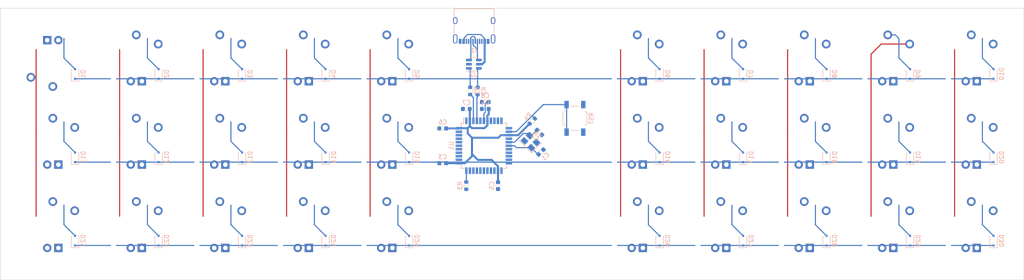
<source format=kicad_pcb>
(kicad_pcb (version 20221018) (generator pcbnew)
  (layers (0 "F.Cu" signal) (31 "B.Cu" signal) (34 "B.Paste" user) (35 "F.Paste" user) (36 "B.SilkS" user "B.Silkscreen") (37 "F.SilkS" user "F.Silkscreen") (38 "B.Mask" user) (39 "F.Mask" user) (44 "Edge.Cuts" user))
  (net 0 "")
  (net 1 "GND")
  (net 2 "VCC")
  (net 3 "mcu/D+")
  (net 4 "mcu/D-")
  (net 5 "mcu/UCAP")
  (net 6 "mcu/XTAL1")
  (net 7 "mcu/XTAL2")
  (net 8 "mcu/~{HWB}/PE2")
  (net 9 "mcu/~{RESET}")
  (net 10 "u2/D+")
  (net 11 "u2/D-")
  (net 12 "usb/D+")
  (net 13 "usb/D-")
  (net 14 "ROW2")
  (net 15 "ROW1")
  (net 16 "ROW0")
  (net 17 "N$9")
  (net 18 "N$8")
  (net 19 "N$7")
  (net 20 "N$6")
  (net 21 "N$5")
  (net 22 "N$4")
  (net 23 "N$30")
  (net 24 "N$3")
  (net 25 "N$29")
  (net 26 "N$28")
  (net 27 "N$27")
  (net 28 "N$26")
  (net 29 "N$25")
  (net 30 "N$24")
  (net 31 "N$23")
  (net 32 "N$22")
  (net 33 "N$21")
  (net 34 "N$20")
  (net 35 "N$2")
  (net 36 "N$19")
  (net 37 "N$18")
  (net 38 "N$17")
  (net 39 "N$16")
  (net 40 "N$15")
  (net 41 "N$14")
  (net 42 "N$13")
  (net 43 "N$12")
  (net 44 "N$11")
  (net 45 "N$10")
  (net 46 "N$1")
  (net 47 "COL9")
  (net 48 "COL8")
  (net 49 "COL7")
  (net 50 "COL4")
  (net 51 "COL3")
  (net 52 "COL2")
  (net 53 "COL11")
  (net 54 "COL10")
  (net 55 "COL1")
  (net 56 "COL0")
  (footprint "Kailh_Choc:KailhChoc-1U" (layer "F.Cu") (at 91.675 72.625)
    (fp_text reference "SW24")
    (fp_text value "SW_Push")
  )
  (footprint "Kailh_Choc:KailhChoc-1U" (layer "F.Cu") (at 91.675 53.575)
    (fp_text reference "SW14")
    (fp_text value "SW_Push")
  )
  (footprint "Kailh_Choc:KailhChoc-1U" (layer "F.Cu") (at 205.975 72.625)
    (fp_text reference "SW28")
    (fp_text value "SW_Push")
  )
  (footprint "Kailh_Choc:KailhChoc-1U" (layer "F.Cu") (at 244.075 53.575)
    (fp_text reference "SW20")
    (fp_text value "SW_Push")
  )
  (footprint "Kailh_Choc:KailhChoc-1U" (layer "F.Cu") (at 167.875 34.525)
    (fp_text reference "SW6")
    (fp_text value "SW_Push")
  )
  (footprint "Kailh_Choc:KailhChoc-1U" (layer "F.Cu") (at 53.575 72.625)
    (fp_text reference "SW22")
    (fp_text value "SW_Push")
  )
  (footprint "Kailh_Choc:KailhChoc-1U" (layer "F.Cu") (at 205.975 53.575)
    (fp_text reference "SW18")
    (fp_text value "SW_Push")
  )
  (footprint "Kailh_Choc:KailhChoc-1U" (layer "F.Cu") (at 225.025 53.575)
    (fp_text reference "SW19")
    (fp_text value "SW_Push")
  )
  (footprint "Kailh_Choc:KailhChoc-1U" (layer "F.Cu") (at 186.925 72.625)
    (fp_text reference "SW27")
    (fp_text value "SW_Push")
  )
  (footprint "Kailh_Choc:KailhChoc-1U" (layer "F.Cu") (at 72.625 34.525)
    (fp_text reference "SW3")
    (fp_text value "SW_Push")
  )
  (footprint "Kailh_Choc:KailhChoc-1U" (layer "F.Cu") (at 225.025 34.525)
    (fp_text reference "SW9")
    (fp_text value "SW_Push")
  )
  (footprint "Kailh_Choc:KailhChoc-1U" (layer "F.Cu") (at 244.075 34.525)
    (fp_text reference "SW10")
    (fp_text value "SW_Push")
  )
  (footprint "Kailh_Choc:KailhChoc-1U" (layer "F.Cu") (at 110.725 34.525)
    (fp_text reference "SW5")
    (fp_text value "SW_Push")
  )
  (footprint "Kailh_Choc:KailhChoc-1U" (layer "F.Cu") (at 34.525 53.575)
    (fp_text reference "SW11")
    (fp_text value "SW_Push")
  )
  (footprint "Kailh_Choc:KailhChoc-1U" (layer "F.Cu") (at 244.075 72.625)
    (fp_text reference "SW30")
    (fp_text value "SW_Push")
  )
  (footprint "Kailh_Choc:KailhChoc-1U" (layer "F.Cu") (at 53.575 53.575)
    (fp_text reference "SW12")
    (fp_text value "SW_Push")
  )
  (footprint "Kailh_Choc:KailhChoc-1U" (layer "F.Cu") (at 110.725 72.625)
    (fp_text reference "SW25")
    (fp_text value "SW_Push")
  )
  (footprint "Kailh_Choc:KailhChoc-1U" (layer "F.Cu") (at 167.875 72.625)
    (fp_text reference "SW26")
    (fp_text value "SW_Push")
  )
  (footprint "Kailh_Choc:KailhChoc-1U" (layer "F.Cu") (at 34.525 34.525 180)
    (fp_text reference "SW1")
    (fp_text value "SW_Push")
  )
  (footprint "Kailh_Choc:KailhChoc-1U" (layer "F.Cu") (at 205.975 34.525)
    (fp_text reference "SW8")
    (fp_text value "SW_Push")
  )
  (footprint "Kailh_Choc:KailhChoc-1U" (layer "F.Cu") (at 186.925 53.575)
    (fp_text reference "SW17")
    (fp_text value "SW_Push")
  )
  (footprint "Kailh_Choc:KailhChoc-1U" (layer "F.Cu") (at 91.675 34.525)
    (fp_text reference "SW4")
    (fp_text value "SW_Push")
  )
  (footprint "Kailh_Choc:KailhChoc-1U" (layer "F.Cu") (at 53.575 34.525)
    (fp_text reference "SW2")
    (fp_text value "SW_Push")
  )
  (footprint "Kailh_Choc:KailhChoc-1U" (layer "F.Cu") (at 34.525 72.625)
    (fp_text reference "SW21")
    (fp_text value "SW_Push")
  )
  (footprint "Kailh_Choc:KailhChoc-1U" (layer "F.Cu") (at 186.925 34.525)
    (fp_text reference "SW7")
    (fp_text value "SW_Push")
  )
  (footprint "Kailh_Choc:KailhChoc-1U" (layer "F.Cu") (at 72.625 53.575)
    (fp_text reference "SW13")
    (fp_text value "SW_Push")
  )
  (footprint "Kailh_Choc:KailhChoc-1U" (layer "F.Cu") (at 72.625 72.625)
    (fp_text reference "SW23")
    (fp_text value "SW_Push")
  )
  (footprint "Kailh_Choc:KailhChoc-1U" (layer "F.Cu") (at 225.025 72.625)
    (fp_text reference "SW29")
    (fp_text value "SW_Push")
  )
  (footprint "Kailh_Choc:KailhChoc-1U" (layer "F.Cu") (at 110.725 53.575)
    (fp_text reference "SW15")
    (fp_text value "SW_Push")
  )
  (footprint "Kailh_Choc:KailhChoc-1U" (layer "F.Cu") (at 167.875 53.575)
    (fp_text reference "SW16")
    (fp_text value "SW_Push")
  )
  (footprint "D_SOD-323F" (layer "B.Cu") (at 58.655 75.655 90)
    (fp_text reference "D22")
    (fp_text value "D")
  )
  (footprint "C_0603_1608Metric" (layer "B.Cu") (at 123.48 57.95 180)
    (fp_text reference "C3")
    (fp_text value "0.1u")
  )
  (footprint "D_SOD-323F" (layer "B.Cu") (at 39.605 37.555 90)
    (fp_text reference "D1")
    (fp_text value "D")
  )
  (footprint "Resistor_SMD:R_0603_1608Metric" (layer "B.Cu") (at 129.75 41.43 90)
    (fp_text reference "R1")
    (fp_text value "22")
  )
  (footprint "C_0603_1608Metric" (layer "B.Cu") (at 136.1 63.08 -90)
    (fp_text reference "C5")
    (fp_text value "0.1u")
  )
  (footprint "D_SOD-323F" (layer "B.Cu") (at 77.705 37.555 90)
    (fp_text reference "D3")
    (fp_text value "D")
  )
  (footprint "D_SOD-323F" (layer "B.Cu") (at 192.005 56.605 90)
    (fp_text reference "D17")
    (fp_text value "D")
  )
  (footprint "Resistor_SMD:R_0603_1608Metric" (layer "B.Cu") (at 128.86 63.08 -90)
    (fp_text reference "R3")
    (fp_text value "10k")
  )
  (footprint "D_SOD-323F" (layer "B.Cu") (at 230.105 37.555 90)
    (fp_text reference "D9")
    (fp_text value "D")
  )
  (footprint "D_SOD-323F" (layer "B.Cu") (at 172.955 37.555 90)
    (fp_text reference "D6")
    (fp_text value "D")
  )
  (footprint "D_SOD-323F" (layer "B.Cu") (at 96.755 75.655 90)
    (fp_text reference "D24")
    (fp_text value "D")
  )
  (footprint "D_SOD-323F" (layer "B.Cu") (at 172.955 75.655 90)
    (fp_text reference "D26")
    (fp_text value "D")
  )
  (footprint "Crystal_SMD_3225-4Pin_3.2x2.5mm" (layer "B.Cu") (at 143.5 53.03 135)
    (fp_text reference "Y1")
    (fp_text value "Crystal_GND24")
  )
  (footprint "D_SOD-323F" (layer "B.Cu") (at 58.655 37.555 90)
    (fp_text reference "D2")
    (fp_text value "D")
  )
  (footprint "SOT-23-6" (layer "B.Cu") (at 130.6 35.335)
    (fp_text reference "U2")
    (fp_text value "TPD2S017")
  )
  (footprint "D_SOD-323F" (layer "B.Cu") (at 58.655 56.605 90)
    (fp_text reference "D12")
    (fp_text value "D")
  )
  (footprint "D_SOD-323F" (layer "B.Cu") (at 115.805 75.655 90)
    (fp_text reference "D25")
    (fp_text value "D")
  )
  (footprint "D_SOD-323F" (layer "B.Cu") (at 211.055 37.555 90)
    (fp_text reference "D8")
    (fp_text value "D")
  )
  (footprint "SW_SPST_TL3342" (layer "B.Cu") (at 153.65 47.71 90)
    (fp_text reference "RST")
    (fp_text value "SW_SPST")
  )
  (footprint "Resistor_SMD:R_0603_1608Metric" (layer "B.Cu") (at 131.45 41.44 90)
    (fp_text reference "R2")
    (fp_text value "22")
  )
  (footprint "D_SOD-323F" (layer "B.Cu") (at 96.755 56.605 90)
    (fp_text reference "D14")
    (fp_text value "D")
  )
  (footprint "D_SOD-323F" (layer "B.Cu") (at 249.155 75.655 90)
    (fp_text reference "D30")
    (fp_text value "D")
  )
  (footprint "C_0603_1608Metric" (layer "B.Cu") (at 133.19 43.97 180)
    (fp_text reference "C8")
    (fp_text value "1u")
  )
  (footprint "D_SOD-323F" (layer "B.Cu") (at 249.155 37.555 90)
    (fp_text reference "D10")
    (fp_text value "D")
  )
  (footprint "D_SOD-323F" (layer "B.Cu") (at 211.055 75.655 90)
    (fp_text reference "D28")
    (fp_text value "D")
  )
  (footprint "D_SOD-323F" (layer "B.Cu") (at 211.055 56.605 90)
    (fp_text reference "D18")
    (fp_text value "D")
  )
  (footprint "D_SOD-323F" (layer "B.Cu") (at 39.605 75.655 90)
    (fp_text reference "D21")
    (fp_text value "D")
  )
  (footprint "C_0603_1608Metric" (layer "B.Cu") (at 133.19 45.56 180)
    (fp_text reference "C4")
    (fp_text value "0.1u")
  )
  (footprint "D_SOD-323F" (layer "B.Cu") (at 77.705 56.605 90)
    (fp_text reference "D13")
    (fp_text value "D")
  )
  (footprint "D_SOD-323F" (layer "B.Cu") (at 249.155 56.605 90)
    (fp_text reference "D20")
    (fp_text value "D")
  )
  (footprint "Resistor_SMD:R_0603_1608Metric" (layer "B.Cu") (at 143.91 48.32 -135)
    (fp_text reference "R4")
    (fp_text value "10k")
  )
  (footprint "D_SOD-323F" (layer "B.Cu") (at 96.755 37.555 90)
    (fp_text reference "D4")
    (fp_text value "D")
  )
  (footprint "C_0603_1608Metric" (layer "B.Cu") (at 123.48 50.01 180)
    (fp_text reference "C6")
    (fp_text value "0.1u")
  )
  (footprint "D_SOD-323F" (layer "B.Cu") (at 230.105 56.605 90)
    (fp_text reference "D19")
    (fp_text value "D")
  )
  (footprint "USB_C_Receptacle_XKB_U262-16XN-4BVC11" (layer "B.Cu") (at 130.65 26.435)
    (fp_text reference "J1")
    (fp_text value "USB_C_Receptacle_USB2.0")
  )
  (footprint "C_0603_1608Metric" (layer "B.Cu") (at 145.91 55.4 45)
    (fp_text reference "C1")
    (fp_text value "22p")
  )
  (footprint "D_SOD-323F" (layer "B.Cu") (at 192.005 75.655 90)
    (fp_text reference "D27")
    (fp_text value "D")
  )
  (footprint "D_SOD-323F" (layer "B.Cu") (at 230.105 75.655 90)
    (fp_text reference "D29")
    (fp_text value "D")
  )
  (footprint "C_0603_1608Metric" (layer "B.Cu") (at 145.55 50.93 -45)
    (fp_text reference "C2")
    (fp_text value "22p")
  )
  (footprint "D_SOD-323F" (layer "B.Cu") (at 39.605 56.605 90)
    (fp_text reference "D11")
    (fp_text value "D")
  )
  (footprint "D_SOD-323F" (layer "B.Cu") (at 115.805 56.605 90)
    (fp_text reference "D15")
    (fp_text value "D")
  )
  (footprint "TQFP-44_10x10mm_P0.8mm" (layer "B.Cu") (at 132.88 53.96 -90)
    (fp_text reference "U1")
    (fp_text value "ATmega32U4-A")
  )
  (footprint "D_SOD-323F" (layer "B.Cu") (at 77.705 75.655 90)
    (fp_text reference "D23")
    (fp_text value "D")
  )
  (footprint "D_SOD-323F" (layer "B.Cu") (at 192.005 37.555 90)
    (fp_text reference "D7")
    (fp_text value "D")
  )
  (footprint "C_0603_1608Metric" (layer "B.Cu") (at 128.87 45.56 180)
    (fp_text reference "C7")
    (fp_text value "4.7u")
  )
  (footprint "D_SOD-323F" (layer "B.Cu") (at 172.955 56.605 90)
    (fp_text reference "D16")
    (fp_text value "D")
  )
  (footprint "D_SOD-323F" (layer "B.Cu") (at 115.805 37.555 90)
    (fp_text reference "D5")
    (fp_text value "D")
  )
  (gr_line (start 22.525 22.525) (end 256.075 22.525) (stroke (width 0.1)) (layer "Edge.Cuts"))
  (gr_line (start 256.075 84.625) (end 22.525 84.625) (stroke (width 0.1)) (layer "Edge.Cuts"))
  (gr_line (start 22.525 84.625) (end 22.525 22.525) (stroke (width 0.1)) (layer "Edge.Cuts"))
  (gr_line (start 256.075 22.525) (end 256.075 84.625) (stroke (width 0.1)) (layer "Edge.Cuts"))
  (segment (start 49.765 31.985) (end 49.765 51.035) (width 0.25) (layer "F.Cu") (net 0))
  (segment (start 30.715 51.035) (end 30.715 70.085) (width 0.25) (layer "F.Cu") (net 0))
  (segment (start 49.765 51.035) (end 49.765 70.085) (width 0.25) (layer "F.Cu") (net 0))
  (segment (start 30.715 31.985) (end 30.715 51.035) (width 0.25) (layer "F.Cu") (net 0))
  (segment (start 192.005 57.705) (end 211.055 57.705) (width 0.25) (layer "B.Cu") (net 0))
  (segment (start 39.605 38.655) (end 58.655 38.655) (width 0.25) (layer "B.Cu") (net 0))
  (segment (start 96.755 57.705) (end 115.805 57.705) (width 0.25) (layer "B.Cu") (net 0))
  (segment (start 172.955 38.655) (end 192.005 38.655) (width 0.25) (layer "B.Cu") (net 0))
  (segment (start 39.605 57.705) (end 58.655 57.705) (width 0.25) (layer "B.Cu") (net 0))
  (segment (start 58.655 57.705) (end 77.705 57.705) (width 0.25) (layer "B.Cu") (net 0))
  (segment (start 77.705 57.705) (end 96.755 57.705) (width 0.25) (layer "B.Cu") (net 0))
  (segment (start 115.805 38.655) (end 172.955 38.655) (width 0.25) (layer "B.Cu") (net 0))
  (segment (start 77.705 38.655) (end 96.755 38.655) (width 0.25) (layer "B.Cu") (net 0))
  (segment (start 211.055 57.705) (end 230.105 57.705) (width 0.25) (layer "B.Cu") (net 0))
  (segment (start 115.805 57.705) (end 172.955 57.705) (width 0.25) (layer "B.Cu") (net 0))
  (segment (start 58.655 38.655) (end 77.705 38.655) (width 0.25) (layer "B.Cu") (net 0))
  (segment (start 211.055 38.655) (end 230.105 38.655) (width 0.25) (layer "B.Cu") (net 0))
  (segment (start 172.955 57.705) (end 192.005 57.705) (width 0.25) (layer "B.Cu") (net 0))
  (segment (start 230.105 57.705) (end 249.155 57.705) (width 0.25) (layer "B.Cu") (net 0))
  (segment (start 96.755 38.655) (end 115.805 38.655) (width 0.25) (layer "B.Cu") (net 0))
  (segment (start 192.005 38.655) (end 211.055 38.655) (width 0.25) (layer "B.Cu") (net 0))
  (segment (start 230.105 38.655) (end 249.155 38.655) (width 0.25) (layer "B.Cu") (net 0))
  (segment (start 136.1 62.2925) (end 136.1 59.68) (width 0.4572) (layer "B.Cu") (net 2))
  (segment (start 124.2675 57.95) (end 127.17 57.95) (width 0.4572) (layer "B.Cu") (net 2))
  (segment (start 129.6575 45.56) (end 129.6575 48.2375) (width 0.4572) (layer "B.Cu") (net 2))
  (segment (start 128.3872 49.96) (end 127.18 49.96) (width 0.4572) (layer "B.Cu") (net 2))
  (segment (start 129.1872 49.96) (end 128.3872 49.96) (width 0.4572) (layer "B.Cu") (net 2))
  (segment (start 129.68 49.4672) (end 129.1872 49.96) (width 0.4572) (layer "B.Cu") (net 2))
  (segment (start 129.68 48.26) (end 129.68 49.4672) (width 0.4572) (layer "B.Cu") (net 2))
  (segment (start 133.021482 49.94) (end 133.68 49.281482) (width 0.4572) (layer "B.Cu") (net 2))
  (segment (start 129.68 49.4672) (end 130.1528 49.94) (width 0.4572) (layer "B.Cu") (net 2))
  (segment (start 133.68 49.281482) (end 133.68 48.26) (width 0.4572) (layer "B.Cu") (net 2))
  (segment (start 130.1528 49.94) (end 133.021482 49.94) (width 0.4572) (layer "B.Cu") (net 2))
  (segment (start 129.1872 51.15353) (end 129.1872 49.96) (width 0.4572) (layer "B.Cu") (net 2))
  (segment (start 130.16 52.12633) (end 129.1872 51.15353) (width 0.4572) (layer "B.Cu") (net 2))
  (segment (start 130.16 55.86) (end 130.16 52.12633) (width 0.4572) (layer "B.Cu") (net 2))
  (segment (start 136.08 58.638518) (end 136.08 59.66) (width 0.4572) (layer "B.Cu") (net 2))
  (segment (start 130.16 55.86) (end 131.51 57.21) (width 0.4572) (layer "B.Cu") (net 2))
  (segment (start 134.651482 57.21) (end 136.08 58.638518) (width 0.4572) (layer "B.Cu") (net 2))
  (segment (start 131.51 57.21) (end 134.651482 57.21) (width 0.4572) (layer "B.Cu") (net 2))
  (segment (start 130.16 56.34) (end 130.16 55.86) (width 0.4572) (layer "B.Cu") (net 2))
  (segment (start 127.18 57.96) (end 128.54 57.96) (width 0.4572) (layer "B.Cu") (net 2))
  (segment (start 128.54 57.96) (end 130.16 56.34) (width 0.4572) (layer "B.Cu") (net 2))
  (segment (start 124.2675 50.01) (end 127.13 50.01) (width 0.4572) (layer "B.Cu") (net 2))
  (segment (start 127.13 50.01) (end 127.18 49.96) (width 0.4572) (layer "B.Cu") (net 2))
  (segment (start 138.58 51.56) (end 136.75 51.56) (width 0.4572) (layer "B.Cu") (net 2))
  (segment (start 136.18367 52.12633) (end 130.16 52.12633) (width 0.4572) (layer "B.Cu") (net 2))
  (segment (start 136.75 51.56) (end 136.18367 52.12633) (width 0.4572) (layer "B.Cu") (net 2))
  (segment (start 132.48 35.335) (end 133.05 34.765) (width 0.4572) (layer "B.Cu") (net 2))
  (segment (start 128.35 29.855) (end 128.35 29.344998) (width 0.25) (layer "B.Cu") (net 2))
  (segment (start 133.9775 46.7553) (end 133.68 47.0528) (width 0.4572) (layer "B.Cu") (net 2))
  (segment (start 131.7 35.335) (end 132.48 35.335) (width 0.4572) (layer "B.Cu") (net 2))
  (segment (start 128.35 29.344998) (end 129.160007 28.534991) (width 0.25) (layer "B.Cu") (net 2))
  (segment (start 138.58 51.56) (end 140.67 51.56) (width 0.4572) (layer "B.Cu") (net 2))
  (segment (start 140.67 51.56) (end 143.353153 48.876847) (width 0.4572) (layer "B.Cu") (net 2))
  (segment (start 132.975 29.369998) (end 132.975 30.03) (width 0.25) (layer "B.Cu") (net 2))
  (segment (start 133.9775 45.56) (end 133.9775 46.7553) (width 0.4572) (layer "B.Cu") (net 2))
  (segment (start 133.68 47.0528) (end 133.68 48.26) (width 0.4572) (layer "B.Cu") (net 2))
  (segment (start 129.160007 28.534991) (end 132.139993 28.534991) (width 0.25) (layer "B.Cu") (net 2))
  (segment (start 132.139993 28.534991) (end 132.975 29.369998) (width 0.25) (layer "B.Cu") (net 2))
  (segment (start 133.05 34.765) (end 133.05 30.176399) (width 0.4572) (layer "B.Cu") (net 2))
  (segment (start 131.28 42.95) (end 131.43 42.8) (width 0.25) (layer "B.Cu") (net 3))
  (segment (start 131.28 48.26) (end 131.28 42.95) (width 0.25) (layer "B.Cu") (net 3))
  (segment (start 131.43 42.8) (end 131.43 42.2475) (width 0.25) (layer "B.Cu") (net 3))
  (segment (start 129.75 42.2175) (end 130.48 42.9475) (width 0.25) (layer "B.Cu") (net 4))
  (segment (start 130.48 42.9475) (end 130.48 48.26) (width 0.25) (layer "B.Cu") (net 4))
  (segment (start 133.19 44.32) (end 133.54 43.97) (width 0.25) (layer "B.Cu") (net 5))
  (segment (start 132.88 46.6175) (end 133.19 46.3075) (width 0.25) (layer "B.Cu") (net 5))
  (segment (start 132.88 48.26) (end 132.88 46.6175) (width 0.25) (layer "B.Cu") (net 5))
  (segment (start 133.19 46.3075) (end 133.19 44.32) (width 0.25) (layer "B.Cu") (net 5))
  (segment (start 133.54 43.97) (end 133.9775 43.97) (width 0.25) (layer "B.Cu") (net 5))
  (segment (start 145.224766 55.956847) (end 143.676777 54.408858) (width 0.25) (layer "B.Cu") (net 6))
  (segment (start 140.298858 54.408858) (end 139.85 53.96) (width 0.25) (layer "B.Cu") (net 6))
  (segment (start 139.85 53.96) (end 139.58 53.96) (width 0.25) (layer "B.Cu") (net 6))
  (segment (start 143.676777 54.408858) (end 140.298858 54.408858) (width 0.25) (layer "B.Cu") (net 6))
  (segment (start 139.58 53.96) (end 138.58 53.96) (width 0.25) (layer "B.Cu") (net 6))
  (segment (start 143.715164 51.651142) (end 144.993153 50.373153) (width 0.25) (layer "B.Cu") (net 7))
  (segment (start 141.856757 51.156167) (end 139.852924 53.16) (width 0.25) (layer "B.Cu") (net 7))
  (segment (start 139.852924 53.16) (end 138.58 53.16) (width 0.25) (layer "B.Cu") (net 7))
  (segment (start 143.323223 51.651142) (end 142.828248 51.156167) (width 0.25) (layer "B.Cu") (net 7))
  (segment (start 142.828248 51.156167) (end 141.856757 51.156167) (width 0.25) (layer "B.Cu") (net 7))
  (segment (start 128.88 59.66) (end 128.88 62.2725) (width 0.25) (layer "B.Cu") (net 8))
  (segment (start 143.863 47.159306) (end 144.466847 47.763153) (width 0.25) (layer "B.Cu") (net 9))
  (segment (start 143.863 47.133) (end 143.863 47.159306) (width 0.25) (layer "B.Cu") (net 9))
  (segment (start 146.426 44.57) (end 143.863 47.133) (width 0.25) (layer "B.Cu") (net 9))
  (segment (start 146.436 44.56) (end 143.863 47.133) (width 0.25) (layer "B.Cu") (net 9))
  (segment (start 151.75 44.56) (end 146.436 44.56) (width 0.25) (layer "B.Cu") (net 9))
  (segment (start 151.75 44.56) (end 151.75 50.86) (width 0.25) (layer "B.Cu") (net 9))
  (segment (start 139.58 50.76) (end 138.58 50.76) (width 0.25) (layer "B.Cu") (net 9))
  (segment (start 143.863 47.133) (end 140.236 50.76) (width 0.25) (layer "B.Cu") (net 9))
  (segment (start 140.236 50.76) (end 139.58 50.76) (width 0.25) (layer "B.Cu") (net 9))
  (segment (start 131.45 36.535) (end 131.45 40.6525) (width 0.25) (layer "B.Cu") (net 10))
  (segment (start 131.7 36.285) (end 131.45 36.535) (width 0.25) (layer "B.Cu") (net 10))
  (segment (start 129.5 36.285) (end 129.75 36.535) (width 0.25) (layer "B.Cu") (net 11))
  (segment (start 129.75 36.535) (end 129.75 40.6425) (width 0.25) (layer "B.Cu") (net 11))
  (segment (start 131.4 31.96) (end 131.4 34.085) (width 0.25) (layer "B.Cu") (net 12))
  (segment (start 131.4 30.105) (end 131.4 31.96) (width 0.25) (layer "B.Cu") (net 12))
  (segment (start 131.4 34.085) (end 131.7 34.385) (width 0.25) (layer "B.Cu") (net 12))
  (segment (start 131.4 31.915002) (end 131.4 31.96) (width 0.25) (layer "B.Cu") (net 12))
  (segment (start 130.4 30.915002) (end 131.4 31.915002) (width 0.25) (layer "B.Cu") (net 12))
  (segment (start 130.4 30.105) (end 130.4 30.915002) (width 0.25) (layer "B.Cu") (net 12))
  (segment (start 129.9 29.294998) (end 129.9 30.105) (width 0.25) (layer "B.Cu") (net 13))
  (segment (start 129.9 30.105) (end 129.9 33.985) (width 0.25) (layer "B.Cu") (net 13))
  (segment (start 130.9 30.105) (end 130.9 29.28) (width 0.25) (layer "B.Cu") (net 13))
  (segment (start 130.605 28.985) (end 130.209998 28.985) (width 0.25) (layer "B.Cu") (net 13))
  (segment (start 129.9 33.985) (end 129.5 34.385) (width 0.25) (layer "B.Cu") (net 13))
  (segment (start 130.9 29.28) (end 130.605 28.985) (width 0.25) (layer "B.Cu") (net 13))
  (segment (start 130.209998 28.985) (end 129.9 29.294998) (width 0.25) (layer "B.Cu") (net 13))
  (segment (start 77.705 76.755) (end 96.755 76.755) (width 0.25) (layer "B.Cu") (net 14))
  (segment (start 172.955 76.755) (end 192.005 76.755) (width 0.25) (layer "B.Cu") (net 14))
  (segment (start 211.055 76.755) (end 230.105 76.755) (width 0.25) (layer "B.Cu") (net 14))
  (segment (start 96.755 76.755) (end 115.805 76.755) (width 0.25) (layer "B.Cu") (net 14))
  (segment (start 115.805 76.755) (end 172.955 76.755) (width 0.25) (layer "B.Cu") (net 14))
  (segment (start 39.605 76.755) (end 58.655 76.755) (width 0.25) (layer "B.Cu") (net 14))
  (segment (start 192.005 76.755) (end 211.055 76.755) (width 0.25) (layer "B.Cu") (net 14))
  (segment (start 58.655 76.755) (end 77.705 76.755) (width 0.25) (layer "B.Cu") (net 14))
  (segment (start 230.105 76.755) (end 249.155 76.755) (width 0.25) (layer "B.Cu") (net 14))
  (segment (start 227.565 33.915) (end 227.565 29.445) (width 0.25) (layer "B.Cu") (net 17))
  (segment (start 226.745 28.625) (end 225.025 28.625) (width 0.25) (layer "B.Cu") (net 17))
  (segment (start 230.105 36.455) (end 227.565 33.915) (width 0.25) (layer "B.Cu") (net 17))
  (segment (start 227.565 29.445) (end 226.745 28.625) (width 0.25) (layer "B.Cu") (net 17))
  (segment (start 208.515 33.915) (end 208.515 29.445) (width 0.25) (layer "B.Cu") (net 18))
  (segment (start 211.055 36.455) (end 208.515 33.915) (width 0.25) (layer "B.Cu") (net 18))
  (segment (start 192.005 36.455) (end 189.465 33.915) (width 0.25) (layer "B.Cu") (net 19))
  (segment (start 189.465 33.915) (end 189.465 29.445) (width 0.25) (layer "B.Cu") (net 19))
  (segment (start 172.955 36.455) (end 170.415 33.915) (width 0.25) (layer "B.Cu") (net 20))
  (segment (start 170.415 33.915) (end 170.415 29.445) (width 0.25) (layer "B.Cu") (net 20))
  (segment (start 113.265 33.915) (end 113.265 29.445) (width 0.25) (layer "B.Cu") (net 21))
  (segment (start 115.805 36.455) (end 113.265 33.915) (width 0.25) (layer "B.Cu") (net 21))
  (segment (start 96.755 36.455) (end 94.215 33.915) (width 0.25) (layer "B.Cu") (net 22))
  (segment (start 94.215 33.915) (end 94.215 29.445) (width 0.25) (layer "B.Cu") (net 22))
  (segment (start 249.155 74.555) (end 246.615 72.015) (width 0.25) (layer "B.Cu") (net 23))
  (segment (start 246.615 72.015) (end 246.615 67.545) (width 0.25) (layer "B.Cu") (net 23))
  (segment (start 75.165 33.915) (end 75.165 29.445) (width 0.25) (layer "B.Cu") (net 24))
  (segment (start 77.705 36.455) (end 75.165 33.915) (width 0.25) (layer "B.Cu") (net 24))
  (segment (start 227.565 72.015) (end 227.565 67.545) (width 0.25) (layer "B.Cu") (net 25))
  (segment (start 230.105 74.555) (end 227.565 72.015) (width 0.25) (layer "B.Cu") (net 25))
  (segment (start 211.055 74.555) (end 208.515 72.015) (width 0.25) (layer "B.Cu") (net 26))
  (segment (start 208.515 72.015) (end 208.515 67.545) (width 0.25) (layer "B.Cu") (net 26))
  (segment (start 189.465 72.015) (end 189.465 67.545) (width 0.25) (layer "B.Cu") (net 27))
  (segment (start 192.005 74.555) (end 189.465 72.015) (width 0.25) (layer "B.Cu") (net 27))
  (segment (start 170.415 72.015) (end 170.415 67.545) (width 0.25) (layer "B.Cu") (net 28))
  (segment (start 172.955 74.555) (end 170.415 72.015) (width 0.25) (layer "B.Cu") (net 28))
  (segment (start 115.805 74.555) (end 113.265 72.015) (width 0.25) (layer "B.Cu") (net 29))
  (segment (start 113.265 72.015) (end 113.265 67.545) (width 0.25) (layer "B.Cu") (net 29))
  (segment (start 96.755 74.555) (end 94.215 72.015) (width 0.25) (layer "B.Cu") (net 30))
  (segment (start 94.215 72.015) (end 94.215 67.545) (width 0.25) (layer "B.Cu") (net 30))
  (segment (start 75.165 72.015) (end 75.165 67.545) (width 0.25) (layer "B.Cu") (net 31))
  (segment (start 77.705 74.555) (end 75.165 72.015) (width 0.25) (layer "B.Cu") (net 31))
  (segment (start 58.655 74.555) (end 56.115 72.015) (width 0.25) (layer "B.Cu") (net 32))
  (segment (start 56.115 72.015) (end 56.115 67.545) (width 0.25) (layer "B.Cu") (net 32))
  (segment (start 37.065 72.015) (end 37.065 67.545) (width 0.25) (layer "B.Cu") (net 33))
  (segment (start 39.605 74.555) (end 37.065 72.015) (width 0.25) (layer "B.Cu") (net 33))
  (segment (start 249.155 55.505) (end 246.615 52.965) (width 0.25) (layer "B.Cu") (net 34))
  (segment (start 246.615 52.965) (end 246.615 48.495) (width 0.25) (layer "B.Cu") (net 34))
  (segment (start 56.115 33.915) (end 56.115 29.445) (width 0.25) (layer "B.Cu") (net 35))
  (segment (start 58.655 36.455) (end 56.115 33.915) (width 0.25) (layer "B.Cu") (net 35))
  (segment (start 227.565 52.965) (end 227.565 48.495) (width 0.25) (layer "B.Cu") (net 36))
  (segment (start 230.105 55.505) (end 227.565 52.965) (width 0.25) (layer "B.Cu") (net 36))
  (segment (start 211.055 55.505) (end 208.515 52.965) (width 0.25) (layer "B.Cu") (net 37))
  (segment (start 208.515 52.965) (end 208.515 48.495) (width 0.25) (layer "B.Cu") (net 37))
  (segment (start 192.005 55.505) (end 189.465 52.965) (width 0.25) (layer "B.Cu") (net 38))
  (segment (start 189.465 52.965) (end 189.465 48.495) (width 0.25) (layer "B.Cu") (net 38))
  (segment (start 172.955 55.505) (end 170.415 52.965) (width 0.25) (layer "B.Cu") (net 39))
  (segment (start 170.415 52.965) (end 170.415 48.495) (width 0.25) (layer "B.Cu") (net 39))
  (segment (start 113.265 52.965) (end 113.265 48.495) (width 0.25) (layer "B.Cu") (net 40))
  (segment (start 115.805 55.505) (end 113.265 52.965) (width 0.25) (layer "B.Cu") (net 40))
  (segment (start 94.215 52.965) (end 94.215 48.495) (width 0.25) (layer "B.Cu") (net 41))
  (segment (start 96.755 55.505) (end 94.215 52.965) (width 0.25) (layer "B.Cu") (net 41))
  (segment (start 75.165 52.965) (end 75.165 48.495) (width 0.25) (layer "B.Cu") (net 42))
  (segment (start 77.705 55.505) (end 75.165 52.965) (width 0.25) (layer "B.Cu") (net 42))
  (segment (start 58.655 55.505) (end 56.115 52.965) (width 0.25) (layer "B.Cu") (net 43))
  (segment (start 56.115 52.965) (end 56.115 48.495) (width 0.25) (layer "B.Cu") (net 43))
  (segment (start 37.065 52.965) (end 37.065 48.495) (width 0.25) (layer "B.Cu") (net 44))
  (segment (start 39.605 55.505) (end 37.065 52.965) (width 0.25) (layer "B.Cu") (net 44))
  (segment (start 246.615 33.915) (end 246.615 29.445) (width 0.25) (layer "B.Cu") (net 45))
  (segment (start 249.155 36.455) (end 246.615 33.915) (width 0.25) (layer "B.Cu") (net 45))
  (segment (start 37.065 33.915) (end 37.065 29.445) (width 0.25) (layer "B.Cu") (net 46))
  (segment (start 39.605 36.455) (end 37.065 33.915) (width 0.25) (layer "B.Cu") (net 46))
  (segment (start 202.165 31.985) (end 202.165 51.035) (width 0.25) (layer "F.Cu") (net 47))
  (segment (start 202.165 51.035) (end 202.165 70.085) (width 0.25) (layer "F.Cu") (net 47))
  (segment (start 183.115 31.985) (end 183.115 51.035) (width 0.25) (layer "F.Cu") (net 48))
  (segment (start 183.115 51.035) (end 183.115 70.085) (width 0.25) (layer "F.Cu") (net 48))
  (segment (start 164.065 51.035) (end 164.065 70.085) (width 0.25) (layer "F.Cu") (net 49))
  (segment (start 164.065 31.985) (end 164.065 51.035) (width 0.25) (layer "F.Cu") (net 49))
  (segment (start 106.915 51.035) (end 106.915 70.085) (width 0.25) (layer "F.Cu") (net 50))
  (segment (start 106.915 31.985) (end 106.915 51.035) (width 0.25) (layer "F.Cu") (net 50))
  (segment (start 87.865 51.035) (end 87.865 70.085) (width 0.25) (layer "F.Cu") (net 51))
  (segment (start 87.865 31.985) (end 87.865 51.035) (width 0.25) (layer "F.Cu") (net 51))
  (segment (start 68.815 51.035) (end 68.815 70.085) (width 0.25) (layer "F.Cu") (net 52))
  (segment (start 68.815 31.985) (end 68.815 51.035) (width 0.25) (layer "F.Cu") (net 52))
  (segment (start 240.265 31.985) (end 240.265 51.035) (width 0.25) (layer "F.Cu") (net 53))
  (segment (start 240.265 51.035) (end 240.265 70.085) (width 0.25) (layer "F.Cu") (net 53))
  (segment (start 223.52 30.725) (end 230.025 30.725) (width 0.25) (layer "F.Cu") (net 54))
  (segment (start 221.215 33.03) (end 223.52 30.725) (width 0.25) (layer "F.Cu") (net 54))
  (segment (start 221.215 70.085) (end 221.215 33.03) (width 0.25) (layer "F.Cu") (net 54))
)
</source>
